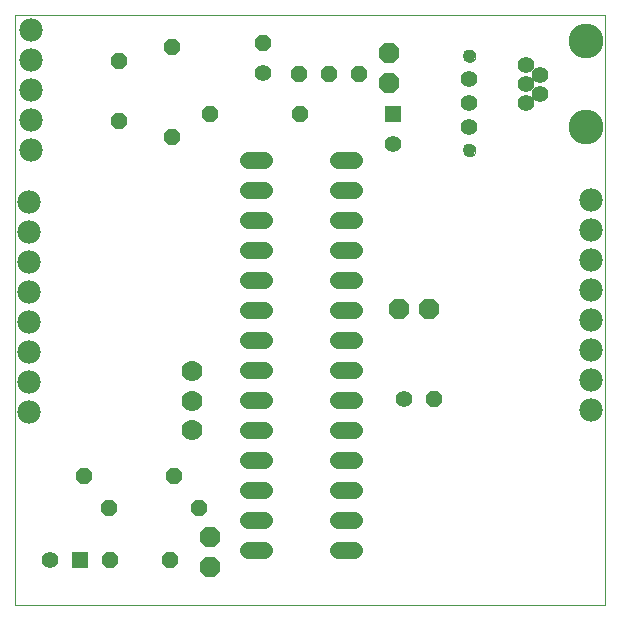
<source format=gbs>
G75*
%MOIN*%
%OFA0B0*%
%FSLAX25Y25*%
%IPPOS*%
%LPD*%
%AMOC8*
5,1,8,0,0,1.08239X$1,22.5*
%
%ADD10C,0.00000*%
%ADD11OC8,0.06700*%
%ADD12OC8,0.05600*%
%ADD13C,0.05600*%
%ADD14C,0.05600*%
%ADD15R,0.05600X0.05600*%
%ADD16C,0.07800*%
%ADD17C,0.05550*%
%ADD18C,0.04337*%
%ADD19C,0.03550*%
%ADD20C,0.11620*%
%ADD21C,0.07000*%
D10*
X0001800Y0001800D02*
X0001800Y0198650D01*
X0198650Y0198650D01*
X0198650Y0001800D01*
X0001800Y0001800D01*
X0151406Y0153454D02*
X0151408Y0153542D01*
X0151414Y0153630D01*
X0151424Y0153718D01*
X0151438Y0153806D01*
X0151455Y0153892D01*
X0151477Y0153978D01*
X0151502Y0154062D01*
X0151532Y0154146D01*
X0151564Y0154228D01*
X0151601Y0154308D01*
X0151641Y0154387D01*
X0151685Y0154464D01*
X0151732Y0154539D01*
X0151782Y0154611D01*
X0151836Y0154682D01*
X0151892Y0154749D01*
X0151952Y0154815D01*
X0152014Y0154877D01*
X0152080Y0154937D01*
X0152147Y0154993D01*
X0152218Y0155047D01*
X0152290Y0155097D01*
X0152365Y0155144D01*
X0152442Y0155188D01*
X0152521Y0155228D01*
X0152601Y0155265D01*
X0152683Y0155297D01*
X0152767Y0155327D01*
X0152851Y0155352D01*
X0152937Y0155374D01*
X0153023Y0155391D01*
X0153111Y0155405D01*
X0153199Y0155415D01*
X0153287Y0155421D01*
X0153375Y0155423D01*
X0153463Y0155421D01*
X0153551Y0155415D01*
X0153639Y0155405D01*
X0153727Y0155391D01*
X0153813Y0155374D01*
X0153899Y0155352D01*
X0153983Y0155327D01*
X0154067Y0155297D01*
X0154149Y0155265D01*
X0154229Y0155228D01*
X0154308Y0155188D01*
X0154385Y0155144D01*
X0154460Y0155097D01*
X0154532Y0155047D01*
X0154603Y0154993D01*
X0154670Y0154937D01*
X0154736Y0154877D01*
X0154798Y0154815D01*
X0154858Y0154749D01*
X0154914Y0154682D01*
X0154968Y0154611D01*
X0155018Y0154539D01*
X0155065Y0154464D01*
X0155109Y0154387D01*
X0155149Y0154308D01*
X0155186Y0154228D01*
X0155218Y0154146D01*
X0155248Y0154062D01*
X0155273Y0153978D01*
X0155295Y0153892D01*
X0155312Y0153806D01*
X0155326Y0153718D01*
X0155336Y0153630D01*
X0155342Y0153542D01*
X0155344Y0153454D01*
X0155342Y0153366D01*
X0155336Y0153278D01*
X0155326Y0153190D01*
X0155312Y0153102D01*
X0155295Y0153016D01*
X0155273Y0152930D01*
X0155248Y0152846D01*
X0155218Y0152762D01*
X0155186Y0152680D01*
X0155149Y0152600D01*
X0155109Y0152521D01*
X0155065Y0152444D01*
X0155018Y0152369D01*
X0154968Y0152297D01*
X0154914Y0152226D01*
X0154858Y0152159D01*
X0154798Y0152093D01*
X0154736Y0152031D01*
X0154670Y0151971D01*
X0154603Y0151915D01*
X0154532Y0151861D01*
X0154460Y0151811D01*
X0154385Y0151764D01*
X0154308Y0151720D01*
X0154229Y0151680D01*
X0154149Y0151643D01*
X0154067Y0151611D01*
X0153983Y0151581D01*
X0153899Y0151556D01*
X0153813Y0151534D01*
X0153727Y0151517D01*
X0153639Y0151503D01*
X0153551Y0151493D01*
X0153463Y0151487D01*
X0153375Y0151485D01*
X0153287Y0151487D01*
X0153199Y0151493D01*
X0153111Y0151503D01*
X0153023Y0151517D01*
X0152937Y0151534D01*
X0152851Y0151556D01*
X0152767Y0151581D01*
X0152683Y0151611D01*
X0152601Y0151643D01*
X0152521Y0151680D01*
X0152442Y0151720D01*
X0152365Y0151764D01*
X0152290Y0151811D01*
X0152218Y0151861D01*
X0152147Y0151915D01*
X0152080Y0151971D01*
X0152014Y0152031D01*
X0151952Y0152093D01*
X0151892Y0152159D01*
X0151836Y0152226D01*
X0151782Y0152297D01*
X0151732Y0152369D01*
X0151685Y0152444D01*
X0151641Y0152521D01*
X0151601Y0152600D01*
X0151564Y0152680D01*
X0151532Y0152762D01*
X0151502Y0152846D01*
X0151477Y0152930D01*
X0151455Y0153016D01*
X0151438Y0153102D01*
X0151424Y0153190D01*
X0151414Y0153278D01*
X0151408Y0153366D01*
X0151406Y0153454D01*
X0151800Y0161328D02*
X0151802Y0161407D01*
X0151808Y0161486D01*
X0151818Y0161565D01*
X0151832Y0161643D01*
X0151849Y0161720D01*
X0151871Y0161796D01*
X0151896Y0161871D01*
X0151926Y0161944D01*
X0151958Y0162016D01*
X0151995Y0162087D01*
X0152035Y0162155D01*
X0152078Y0162221D01*
X0152124Y0162285D01*
X0152174Y0162347D01*
X0152227Y0162406D01*
X0152282Y0162462D01*
X0152341Y0162516D01*
X0152402Y0162566D01*
X0152465Y0162614D01*
X0152531Y0162658D01*
X0152599Y0162699D01*
X0152669Y0162736D01*
X0152740Y0162770D01*
X0152814Y0162800D01*
X0152888Y0162826D01*
X0152964Y0162848D01*
X0153041Y0162867D01*
X0153119Y0162882D01*
X0153197Y0162893D01*
X0153276Y0162900D01*
X0153355Y0162903D01*
X0153434Y0162902D01*
X0153513Y0162897D01*
X0153592Y0162888D01*
X0153670Y0162875D01*
X0153747Y0162858D01*
X0153824Y0162838D01*
X0153899Y0162813D01*
X0153973Y0162785D01*
X0154046Y0162753D01*
X0154116Y0162718D01*
X0154185Y0162679D01*
X0154252Y0162636D01*
X0154317Y0162590D01*
X0154379Y0162542D01*
X0154439Y0162490D01*
X0154496Y0162435D01*
X0154550Y0162377D01*
X0154601Y0162317D01*
X0154649Y0162254D01*
X0154694Y0162189D01*
X0154736Y0162121D01*
X0154774Y0162052D01*
X0154808Y0161981D01*
X0154839Y0161908D01*
X0154867Y0161833D01*
X0154890Y0161758D01*
X0154910Y0161681D01*
X0154926Y0161604D01*
X0154938Y0161525D01*
X0154946Y0161447D01*
X0154950Y0161368D01*
X0154950Y0161288D01*
X0154946Y0161209D01*
X0154938Y0161131D01*
X0154926Y0161052D01*
X0154910Y0160975D01*
X0154890Y0160898D01*
X0154867Y0160823D01*
X0154839Y0160748D01*
X0154808Y0160675D01*
X0154774Y0160604D01*
X0154736Y0160535D01*
X0154694Y0160467D01*
X0154649Y0160402D01*
X0154601Y0160339D01*
X0154550Y0160279D01*
X0154496Y0160221D01*
X0154439Y0160166D01*
X0154379Y0160114D01*
X0154317Y0160066D01*
X0154252Y0160020D01*
X0154185Y0159977D01*
X0154116Y0159938D01*
X0154046Y0159903D01*
X0153973Y0159871D01*
X0153899Y0159843D01*
X0153824Y0159818D01*
X0153747Y0159798D01*
X0153670Y0159781D01*
X0153592Y0159768D01*
X0153513Y0159759D01*
X0153434Y0159754D01*
X0153355Y0159753D01*
X0153276Y0159756D01*
X0153197Y0159763D01*
X0153119Y0159774D01*
X0153041Y0159789D01*
X0152964Y0159808D01*
X0152888Y0159830D01*
X0152814Y0159856D01*
X0152740Y0159886D01*
X0152669Y0159920D01*
X0152599Y0159957D01*
X0152531Y0159998D01*
X0152465Y0160042D01*
X0152402Y0160090D01*
X0152341Y0160140D01*
X0152282Y0160194D01*
X0152227Y0160250D01*
X0152174Y0160309D01*
X0152124Y0160371D01*
X0152078Y0160435D01*
X0152035Y0160501D01*
X0151995Y0160569D01*
X0151958Y0160640D01*
X0151926Y0160712D01*
X0151896Y0160785D01*
X0151871Y0160860D01*
X0151849Y0160936D01*
X0151832Y0161013D01*
X0151818Y0161091D01*
X0151808Y0161170D01*
X0151802Y0161249D01*
X0151800Y0161328D01*
X0151800Y0169202D02*
X0151802Y0169281D01*
X0151808Y0169360D01*
X0151818Y0169439D01*
X0151832Y0169517D01*
X0151849Y0169594D01*
X0151871Y0169670D01*
X0151896Y0169745D01*
X0151926Y0169818D01*
X0151958Y0169890D01*
X0151995Y0169961D01*
X0152035Y0170029D01*
X0152078Y0170095D01*
X0152124Y0170159D01*
X0152174Y0170221D01*
X0152227Y0170280D01*
X0152282Y0170336D01*
X0152341Y0170390D01*
X0152402Y0170440D01*
X0152465Y0170488D01*
X0152531Y0170532D01*
X0152599Y0170573D01*
X0152669Y0170610D01*
X0152740Y0170644D01*
X0152814Y0170674D01*
X0152888Y0170700D01*
X0152964Y0170722D01*
X0153041Y0170741D01*
X0153119Y0170756D01*
X0153197Y0170767D01*
X0153276Y0170774D01*
X0153355Y0170777D01*
X0153434Y0170776D01*
X0153513Y0170771D01*
X0153592Y0170762D01*
X0153670Y0170749D01*
X0153747Y0170732D01*
X0153824Y0170712D01*
X0153899Y0170687D01*
X0153973Y0170659D01*
X0154046Y0170627D01*
X0154116Y0170592D01*
X0154185Y0170553D01*
X0154252Y0170510D01*
X0154317Y0170464D01*
X0154379Y0170416D01*
X0154439Y0170364D01*
X0154496Y0170309D01*
X0154550Y0170251D01*
X0154601Y0170191D01*
X0154649Y0170128D01*
X0154694Y0170063D01*
X0154736Y0169995D01*
X0154774Y0169926D01*
X0154808Y0169855D01*
X0154839Y0169782D01*
X0154867Y0169707D01*
X0154890Y0169632D01*
X0154910Y0169555D01*
X0154926Y0169478D01*
X0154938Y0169399D01*
X0154946Y0169321D01*
X0154950Y0169242D01*
X0154950Y0169162D01*
X0154946Y0169083D01*
X0154938Y0169005D01*
X0154926Y0168926D01*
X0154910Y0168849D01*
X0154890Y0168772D01*
X0154867Y0168697D01*
X0154839Y0168622D01*
X0154808Y0168549D01*
X0154774Y0168478D01*
X0154736Y0168409D01*
X0154694Y0168341D01*
X0154649Y0168276D01*
X0154601Y0168213D01*
X0154550Y0168153D01*
X0154496Y0168095D01*
X0154439Y0168040D01*
X0154379Y0167988D01*
X0154317Y0167940D01*
X0154252Y0167894D01*
X0154185Y0167851D01*
X0154116Y0167812D01*
X0154046Y0167777D01*
X0153973Y0167745D01*
X0153899Y0167717D01*
X0153824Y0167692D01*
X0153747Y0167672D01*
X0153670Y0167655D01*
X0153592Y0167642D01*
X0153513Y0167633D01*
X0153434Y0167628D01*
X0153355Y0167627D01*
X0153276Y0167630D01*
X0153197Y0167637D01*
X0153119Y0167648D01*
X0153041Y0167663D01*
X0152964Y0167682D01*
X0152888Y0167704D01*
X0152814Y0167730D01*
X0152740Y0167760D01*
X0152669Y0167794D01*
X0152599Y0167831D01*
X0152531Y0167872D01*
X0152465Y0167916D01*
X0152402Y0167964D01*
X0152341Y0168014D01*
X0152282Y0168068D01*
X0152227Y0168124D01*
X0152174Y0168183D01*
X0152124Y0168245D01*
X0152078Y0168309D01*
X0152035Y0168375D01*
X0151995Y0168443D01*
X0151958Y0168514D01*
X0151926Y0168586D01*
X0151896Y0168659D01*
X0151871Y0168734D01*
X0151849Y0168810D01*
X0151832Y0168887D01*
X0151818Y0168965D01*
X0151808Y0169044D01*
X0151802Y0169123D01*
X0151800Y0169202D01*
X0151800Y0177076D02*
X0151802Y0177155D01*
X0151808Y0177234D01*
X0151818Y0177313D01*
X0151832Y0177391D01*
X0151849Y0177468D01*
X0151871Y0177544D01*
X0151896Y0177619D01*
X0151926Y0177692D01*
X0151958Y0177764D01*
X0151995Y0177835D01*
X0152035Y0177903D01*
X0152078Y0177969D01*
X0152124Y0178033D01*
X0152174Y0178095D01*
X0152227Y0178154D01*
X0152282Y0178210D01*
X0152341Y0178264D01*
X0152402Y0178314D01*
X0152465Y0178362D01*
X0152531Y0178406D01*
X0152599Y0178447D01*
X0152669Y0178484D01*
X0152740Y0178518D01*
X0152814Y0178548D01*
X0152888Y0178574D01*
X0152964Y0178596D01*
X0153041Y0178615D01*
X0153119Y0178630D01*
X0153197Y0178641D01*
X0153276Y0178648D01*
X0153355Y0178651D01*
X0153434Y0178650D01*
X0153513Y0178645D01*
X0153592Y0178636D01*
X0153670Y0178623D01*
X0153747Y0178606D01*
X0153824Y0178586D01*
X0153899Y0178561D01*
X0153973Y0178533D01*
X0154046Y0178501D01*
X0154116Y0178466D01*
X0154185Y0178427D01*
X0154252Y0178384D01*
X0154317Y0178338D01*
X0154379Y0178290D01*
X0154439Y0178238D01*
X0154496Y0178183D01*
X0154550Y0178125D01*
X0154601Y0178065D01*
X0154649Y0178002D01*
X0154694Y0177937D01*
X0154736Y0177869D01*
X0154774Y0177800D01*
X0154808Y0177729D01*
X0154839Y0177656D01*
X0154867Y0177581D01*
X0154890Y0177506D01*
X0154910Y0177429D01*
X0154926Y0177352D01*
X0154938Y0177273D01*
X0154946Y0177195D01*
X0154950Y0177116D01*
X0154950Y0177036D01*
X0154946Y0176957D01*
X0154938Y0176879D01*
X0154926Y0176800D01*
X0154910Y0176723D01*
X0154890Y0176646D01*
X0154867Y0176571D01*
X0154839Y0176496D01*
X0154808Y0176423D01*
X0154774Y0176352D01*
X0154736Y0176283D01*
X0154694Y0176215D01*
X0154649Y0176150D01*
X0154601Y0176087D01*
X0154550Y0176027D01*
X0154496Y0175969D01*
X0154439Y0175914D01*
X0154379Y0175862D01*
X0154317Y0175814D01*
X0154252Y0175768D01*
X0154185Y0175725D01*
X0154116Y0175686D01*
X0154046Y0175651D01*
X0153973Y0175619D01*
X0153899Y0175591D01*
X0153824Y0175566D01*
X0153747Y0175546D01*
X0153670Y0175529D01*
X0153592Y0175516D01*
X0153513Y0175507D01*
X0153434Y0175502D01*
X0153355Y0175501D01*
X0153276Y0175504D01*
X0153197Y0175511D01*
X0153119Y0175522D01*
X0153041Y0175537D01*
X0152964Y0175556D01*
X0152888Y0175578D01*
X0152814Y0175604D01*
X0152740Y0175634D01*
X0152669Y0175668D01*
X0152599Y0175705D01*
X0152531Y0175746D01*
X0152465Y0175790D01*
X0152402Y0175838D01*
X0152341Y0175888D01*
X0152282Y0175942D01*
X0152227Y0175998D01*
X0152174Y0176057D01*
X0152124Y0176119D01*
X0152078Y0176183D01*
X0152035Y0176249D01*
X0151995Y0176317D01*
X0151958Y0176388D01*
X0151926Y0176460D01*
X0151896Y0176533D01*
X0151871Y0176608D01*
X0151849Y0176684D01*
X0151832Y0176761D01*
X0151818Y0176839D01*
X0151808Y0176918D01*
X0151802Y0176997D01*
X0151800Y0177076D01*
X0151406Y0184950D02*
X0151408Y0185038D01*
X0151414Y0185126D01*
X0151424Y0185214D01*
X0151438Y0185302D01*
X0151455Y0185388D01*
X0151477Y0185474D01*
X0151502Y0185558D01*
X0151532Y0185642D01*
X0151564Y0185724D01*
X0151601Y0185804D01*
X0151641Y0185883D01*
X0151685Y0185960D01*
X0151732Y0186035D01*
X0151782Y0186107D01*
X0151836Y0186178D01*
X0151892Y0186245D01*
X0151952Y0186311D01*
X0152014Y0186373D01*
X0152080Y0186433D01*
X0152147Y0186489D01*
X0152218Y0186543D01*
X0152290Y0186593D01*
X0152365Y0186640D01*
X0152442Y0186684D01*
X0152521Y0186724D01*
X0152601Y0186761D01*
X0152683Y0186793D01*
X0152767Y0186823D01*
X0152851Y0186848D01*
X0152937Y0186870D01*
X0153023Y0186887D01*
X0153111Y0186901D01*
X0153199Y0186911D01*
X0153287Y0186917D01*
X0153375Y0186919D01*
X0153463Y0186917D01*
X0153551Y0186911D01*
X0153639Y0186901D01*
X0153727Y0186887D01*
X0153813Y0186870D01*
X0153899Y0186848D01*
X0153983Y0186823D01*
X0154067Y0186793D01*
X0154149Y0186761D01*
X0154229Y0186724D01*
X0154308Y0186684D01*
X0154385Y0186640D01*
X0154460Y0186593D01*
X0154532Y0186543D01*
X0154603Y0186489D01*
X0154670Y0186433D01*
X0154736Y0186373D01*
X0154798Y0186311D01*
X0154858Y0186245D01*
X0154914Y0186178D01*
X0154968Y0186107D01*
X0155018Y0186035D01*
X0155065Y0185960D01*
X0155109Y0185883D01*
X0155149Y0185804D01*
X0155186Y0185724D01*
X0155218Y0185642D01*
X0155248Y0185558D01*
X0155273Y0185474D01*
X0155295Y0185388D01*
X0155312Y0185302D01*
X0155326Y0185214D01*
X0155336Y0185126D01*
X0155342Y0185038D01*
X0155344Y0184950D01*
X0155342Y0184862D01*
X0155336Y0184774D01*
X0155326Y0184686D01*
X0155312Y0184598D01*
X0155295Y0184512D01*
X0155273Y0184426D01*
X0155248Y0184342D01*
X0155218Y0184258D01*
X0155186Y0184176D01*
X0155149Y0184096D01*
X0155109Y0184017D01*
X0155065Y0183940D01*
X0155018Y0183865D01*
X0154968Y0183793D01*
X0154914Y0183722D01*
X0154858Y0183655D01*
X0154798Y0183589D01*
X0154736Y0183527D01*
X0154670Y0183467D01*
X0154603Y0183411D01*
X0154532Y0183357D01*
X0154460Y0183307D01*
X0154385Y0183260D01*
X0154308Y0183216D01*
X0154229Y0183176D01*
X0154149Y0183139D01*
X0154067Y0183107D01*
X0153983Y0183077D01*
X0153899Y0183052D01*
X0153813Y0183030D01*
X0153727Y0183013D01*
X0153639Y0182999D01*
X0153551Y0182989D01*
X0153463Y0182983D01*
X0153375Y0182981D01*
X0153287Y0182983D01*
X0153199Y0182989D01*
X0153111Y0182999D01*
X0153023Y0183013D01*
X0152937Y0183030D01*
X0152851Y0183052D01*
X0152767Y0183077D01*
X0152683Y0183107D01*
X0152601Y0183139D01*
X0152521Y0183176D01*
X0152442Y0183216D01*
X0152365Y0183260D01*
X0152290Y0183307D01*
X0152218Y0183357D01*
X0152147Y0183411D01*
X0152080Y0183467D01*
X0152014Y0183527D01*
X0151952Y0183589D01*
X0151892Y0183655D01*
X0151836Y0183722D01*
X0151782Y0183793D01*
X0151732Y0183865D01*
X0151685Y0183940D01*
X0151641Y0184017D01*
X0151601Y0184096D01*
X0151564Y0184176D01*
X0151532Y0184258D01*
X0151502Y0184342D01*
X0151477Y0184426D01*
X0151455Y0184512D01*
X0151438Y0184598D01*
X0151424Y0184686D01*
X0151414Y0184774D01*
X0151408Y0184862D01*
X0151406Y0184950D01*
D11*
X0126406Y0185894D03*
X0126406Y0175894D03*
X0129910Y0100422D03*
X0139910Y0100422D03*
X0066957Y0024674D03*
X0066957Y0014674D03*
D12*
X0053414Y0016761D03*
X0033414Y0016761D03*
X0033257Y0034359D03*
X0024831Y0044989D03*
X0054831Y0044989D03*
X0063257Y0034359D03*
X0141643Y0070383D03*
X0054280Y0157824D03*
X0067036Y0165698D03*
X0054280Y0187824D03*
X0036446Y0183099D03*
X0036446Y0163099D03*
X0084398Y0189123D03*
X0096524Y0178965D03*
X0106524Y0178965D03*
X0116524Y0178965D03*
X0097036Y0165698D03*
D13*
X0084398Y0179123D03*
X0127981Y0155619D03*
X0131643Y0070383D03*
X0013572Y0016957D03*
D14*
X0079672Y0020068D02*
X0084872Y0020068D01*
X0084872Y0030068D02*
X0079672Y0030068D01*
X0079672Y0040068D02*
X0084872Y0040068D01*
X0084872Y0050068D02*
X0079672Y0050068D01*
X0079672Y0060068D02*
X0084872Y0060068D01*
X0084872Y0070068D02*
X0079672Y0070068D01*
X0079672Y0080068D02*
X0084872Y0080068D01*
X0084872Y0090068D02*
X0079672Y0090068D01*
X0079672Y0100068D02*
X0084872Y0100068D01*
X0084872Y0110068D02*
X0079672Y0110068D01*
X0079672Y0120068D02*
X0084872Y0120068D01*
X0084872Y0130068D02*
X0079672Y0130068D01*
X0079672Y0140068D02*
X0084872Y0140068D01*
X0084872Y0150068D02*
X0079672Y0150068D01*
X0109672Y0150068D02*
X0114872Y0150068D01*
X0114872Y0140068D02*
X0109672Y0140068D01*
X0109672Y0130068D02*
X0114872Y0130068D01*
X0114872Y0120068D02*
X0109672Y0120068D01*
X0109672Y0110068D02*
X0114872Y0110068D01*
X0114872Y0100068D02*
X0109672Y0100068D01*
X0109672Y0090068D02*
X0114872Y0090068D01*
X0114872Y0080068D02*
X0109672Y0080068D01*
X0109672Y0070068D02*
X0114872Y0070068D01*
X0114872Y0060068D02*
X0109672Y0060068D01*
X0109672Y0050068D02*
X0114872Y0050068D01*
X0114872Y0040068D02*
X0109672Y0040068D01*
X0109672Y0030068D02*
X0114872Y0030068D01*
X0114872Y0020068D02*
X0109672Y0020068D01*
D15*
X0023572Y0016957D03*
X0127981Y0165619D03*
D16*
X0193926Y0136911D03*
X0193926Y0126911D03*
X0193926Y0116911D03*
X0193926Y0106911D03*
X0193926Y0096911D03*
X0193926Y0086911D03*
X0193926Y0076911D03*
X0193926Y0066911D03*
X0006706Y0066367D03*
X0006706Y0076367D03*
X0006706Y0086367D03*
X0006706Y0096367D03*
X0006706Y0106367D03*
X0006706Y0116367D03*
X0006706Y0126367D03*
X0006706Y0136367D03*
X0007202Y0153690D03*
X0007202Y0163690D03*
X0007202Y0173690D03*
X0007202Y0183690D03*
X0007202Y0193690D03*
D17*
X0153375Y0177076D03*
X0153375Y0169202D03*
X0153375Y0161328D03*
X0172233Y0169162D03*
X0176957Y0172312D03*
X0172233Y0175461D03*
X0176957Y0178611D03*
X0172233Y0181761D03*
D18*
X0153375Y0184950D03*
X0153375Y0153454D03*
D19*
X0153375Y0161328D03*
X0153375Y0169202D03*
X0153375Y0177076D03*
D20*
X0192312Y0189831D03*
X0192312Y0161091D03*
D21*
X0060855Y0079753D03*
X0060855Y0069910D03*
X0060855Y0060068D03*
M02*

</source>
